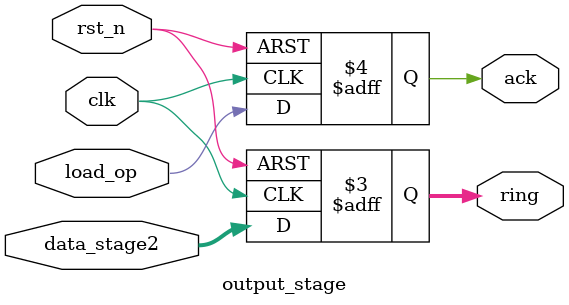
<source format=sv>
module parallel_load_ring (
    input  logic clk,
    input  logic rst_n,
    input  logic req,
    input  logic [3:0] parallel_in,
    output logic [3:0] ring,
    output logic ack
);
    // 内部连线
    logic req_stage1, req_stage2;
    logic [3:0] data_stage1, data_stage2;
    logic [3:0] shift_result;
    logic load_op;
    
    // 实例化请求检测和输入锁存模块
    input_stage input_processor (
        .clk(clk),
        .rst_n(rst_n),
        .req(req),
        .parallel_in(parallel_in),
        .req_stage1(req_stage1),
        .data_stage1(data_stage1),
        .load_op(load_op)
    );
    
    // 实例化数据处理模块
    processing_stage data_processor (
        .clk(clk),
        .rst_n(rst_n),
        .req_stage1(req_stage1),
        .data_stage1(data_stage1),
        .load_op(load_op),
        .ring(ring),
        .req_stage2(req_stage2),
        .data_stage2(data_stage2),
        .shift_result(shift_result)
    );
    
    // 实例化输出控制模块
    output_stage output_controller (
        .clk(clk),
        .rst_n(rst_n),
        .data_stage2(data_stage2),
        .load_op(load_op),
        .ring(ring),
        .ack(ack)
    );
    
endmodule

// 阶段1：请求检测和输入锁存模块
module input_stage (
    input  logic clk,
    input  logic rst_n,
    input  logic req,
    input  logic [3:0] parallel_in,
    output logic req_stage1,
    output logic [3:0] data_stage1,
    output logic load_op
);
    // 边沿检测逻辑
    logic req_prev;
    
    always_ff @(posedge clk or negedge rst_n) begin
        if (!rst_n) begin
            req_prev <= 1'b0;
            req_stage1 <= 1'b0;
            data_stage1 <= 4'b0000;
        end else begin
            req_prev <= req;
            req_stage1 <= req;
            data_stage1 <= parallel_in;
        end
    end
    
    // 上升沿检测电路，优化为组合逻辑
    assign load_op = req && !req_prev;
    
endmodule

// 阶段2：数据处理模块
module processing_stage (
    input  logic clk,
    input  logic rst_n,
    input  logic req_stage1,
    input  logic [3:0] data_stage1,
    input  logic load_op,
    input  logic [3:0] ring,
    output logic req_stage2,
    output logic [3:0] data_stage2,
    output logic [3:0] shift_result
);
    // 计算移位结果 - 优化为组合逻辑以减少时序关键路径
    assign shift_result = {ring[0], ring[3:1]};
    
    always_ff @(posedge clk or negedge rst_n) begin
        if (!rst_n) begin
            req_stage2 <= 1'b0;
            data_stage2 <= 4'b0000;
        end else begin
            req_stage2 <= req_stage1;
            data_stage2 <= load_op ? data_stage1 : shift_result;
        end
    end
    
endmodule

// 阶段3：输出控制模块
module output_stage (
    input  logic clk,
    input  logic rst_n,
    input  logic [3:0] data_stage2,
    input  logic load_op,
    output logic [3:0] ring,
    output logic ack
);
    always_ff @(posedge clk or negedge rst_n) begin
        if (!rst_n) begin
            ring <= 4'b0000;
            ack <= 1'b0;
        end else begin
            ring <= data_stage2;
            ack <= load_op;
        end
    end
    
endmodule
</source>
